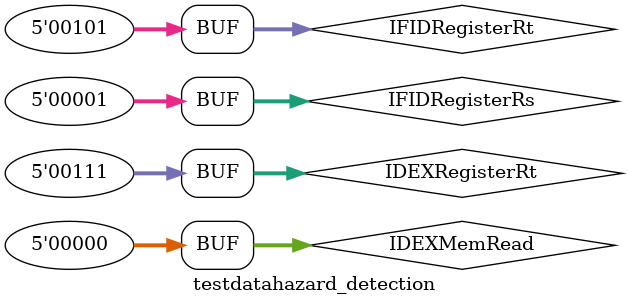
<source format=v>

/*
For Data Hazard:

if (ID/EX.MemRead and
((ID/EX.RegisterRt = IF/ID.RegisterRs) or
(ID/EX.RegisterRt = IF/ID.RegisterRt)))
	stall the pipeline
The first line tests to see if the instruction is a load: the only instruction
*/


module hazard (IDEXMemRead, IDEXRegisterRt, IFIDRegisterRs, IFIDRegisterRt,
			PCwrite, IFIDwrite, controlmux, ControlBranch, IDEXBranch);

//for data hazard
input IDEXMemRead;
input [4:0] IDEXRegisterRt;
input [4:0] IFIDRegisterRs;
input [4:0] IFIDRegisterRt;
output reg PCwrite;
output reg IFIDwrite;
output reg controlmux;

//for control hazard
input IDEXBranch;
input ControlBranch;

always @(*) begin

//default values
PCwrite<=0;
IFIDwrite<=0;
controlmux<=0;

//Data Hazard (Memory to Alu forwarding hazard)
if(	(IDEXMemRead==1) &&
	( (IDEXRegisterRt == IFIDRegisterRs) || (IDEXRegisterRt==IFIDRegisterRt) )	)
	begin
	PCwrite<=1;
	IFIDwrite<=1;
	controlmux<=1;
	end
//Control Hazard (beq),
//stall twice on branch
if(IDEXBranch)
	begin
	PCwrite<=1;
	IFIDwrite<=1;
	controlmux<=1;
	end
else if(ControlBranch)
	begin
	PCwrite<=1;
	IFIDwrite<=1;
	controlmux<=0; //let branch move to EX stage
	end
end //always
endmodule





module testdatahazard_detection;
reg [4:0] IDEXMemRead;
reg [4:0] IDEXRegisterRt;
reg [4:0] IFIDRegisterRs;
reg [4:0] IFIDRegisterRt;

wire PCwrite;
wire IFIDwrite;
wire controlmux;

initial 
begin
$monitor("IDEXMemRead=%d   IDEXRegisterRt=%d   IFIDRegisterRs=%d   IFIDRegisterRt=%d  PCwrite=%b  IFIDwrite=%b  controlmux=%b " ,
IDEXMemRead,IDEXRegisterRt,IFIDRegisterRs,IFIDRegisterRt,PCwrite,IFIDwrite,controlmux);
#10 
IDEXMemRead<=1;
IDEXRegisterRt<=1;
IFIDRegisterRs<=1;
IFIDRegisterRt<=1;

#10 
IDEXMemRead<=0;
IDEXRegisterRt<=7;
IFIDRegisterRs<=1;
IFIDRegisterRt<=5;
end //initial

hazard g2(IDEXMemRead,IDEXRegisterRt,IFIDRegisterRs,IFIDRegisterRt,PCwrite,IFIDwrite,controlmux);

endmodule

</source>
